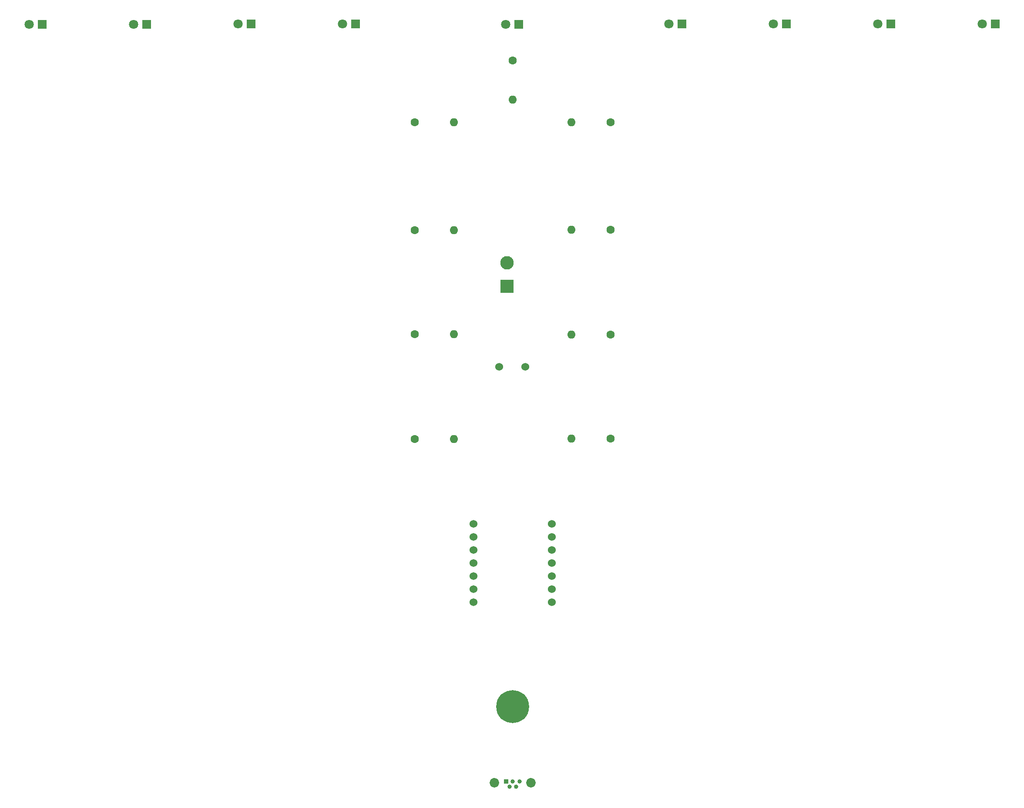
<source format=gbr>
%TF.GenerationSoftware,KiCad,Pcbnew,(6.0.6)*%
%TF.CreationDate,2022-07-10T00:11:49-04:00*%
%TF.ProjectId,CircuitPythonukiah,43697263-7569-4745-9079-74686f6e756b,rev?*%
%TF.SameCoordinates,Original*%
%TF.FileFunction,Soldermask,Bot*%
%TF.FilePolarity,Negative*%
%FSLAX46Y46*%
G04 Gerber Fmt 4.6, Leading zero omitted, Abs format (unit mm)*
G04 Created by KiCad (PCBNEW (6.0.6)) date 2022-07-10 00:11:49*
%MOMM*%
%LPD*%
G01*
G04 APERTURE LIST*
%ADD10C,2.625000*%
%ADD11R,2.625000X2.625000*%
%ADD12R,1.800000X1.800000*%
%ADD13C,1.800000*%
%ADD14C,1.600000*%
%ADD15O,1.600000X1.600000*%
%ADD16C,6.400000*%
%ADD17C,1.524000*%
%ADD18R,0.840000X0.840000*%
%ADD19C,0.840000*%
%ADD20C,1.850000*%
G04 APERTURE END LIST*
D10*
%TO.C,SW1*%
X127180000Y-88900000D03*
D11*
X127180000Y-93500000D03*
%TD*%
D12*
%TO.C,D8*%
X222144258Y-42439258D03*
D13*
X219604258Y-42439258D03*
%TD*%
D14*
%TO.C,R4*%
X109220000Y-61595000D03*
D15*
X116840000Y-61595000D03*
%TD*%
D14*
%TO.C,R9*%
X128270000Y-49530000D03*
D15*
X128270000Y-57150000D03*
%TD*%
D12*
%TO.C,D9*%
X129439258Y-42479258D03*
D13*
X126899258Y-42479258D03*
%TD*%
D14*
%TO.C,R3*%
X109220000Y-82550000D03*
D15*
X116840000Y-82550000D03*
%TD*%
D14*
%TO.C,R7*%
X147320000Y-102870000D03*
D15*
X139700000Y-102870000D03*
%TD*%
D14*
%TO.C,R6*%
X147320000Y-82444258D03*
D15*
X139700000Y-82444258D03*
%TD*%
D12*
%TO.C,D7*%
X201824258Y-42439258D03*
D13*
X199284258Y-42439258D03*
%TD*%
D12*
%TO.C,D4*%
X97684258Y-42439258D03*
D13*
X95144258Y-42439258D03*
%TD*%
D14*
%TO.C,R5*%
X147320000Y-61595000D03*
D15*
X139700000Y-61595000D03*
%TD*%
D16*
%TO.C,REF\u002A\u002A*%
X128270000Y-175260000D03*
%TD*%
D12*
%TO.C,D3*%
X77364258Y-42439258D03*
D13*
X74824258Y-42439258D03*
%TD*%
D14*
%TO.C,R8*%
X147320000Y-123084258D03*
D15*
X139700000Y-123084258D03*
%TD*%
D14*
%TO.C,R1*%
X109220000Y-123190000D03*
D15*
X116840000Y-123190000D03*
%TD*%
D12*
%TO.C,D5*%
X161184258Y-42439258D03*
D13*
X158644258Y-42439258D03*
%TD*%
D12*
%TO.C,D6*%
X181504258Y-42439258D03*
D13*
X178964258Y-42439258D03*
%TD*%
D17*
%TO.C,U1*%
X120650000Y-154940000D03*
X120650000Y-152400000D03*
X120650000Y-149860000D03*
X120650000Y-147320000D03*
X120650000Y-144780000D03*
X120650000Y-142240000D03*
X120650000Y-139700000D03*
X135890000Y-154940000D03*
X135890000Y-152400000D03*
X135890000Y-149860000D03*
X135890000Y-147320000D03*
X135890000Y-144780000D03*
X135890000Y-142240000D03*
X135890000Y-139700000D03*
%TD*%
D18*
%TO.C,J1*%
X127000000Y-189835000D03*
D19*
X127650000Y-190835000D03*
X128300000Y-189835000D03*
X128950000Y-190835000D03*
X129600000Y-189835000D03*
D20*
X131875000Y-190055000D03*
X124725000Y-190055000D03*
%TD*%
D14*
%TO.C,R2*%
X109220000Y-102764258D03*
D15*
X116840000Y-102764258D03*
%TD*%
D12*
%TO.C,D2*%
X57049258Y-42479258D03*
D13*
X54509258Y-42479258D03*
%TD*%
D17*
%TO.C,LS1*%
X130704258Y-109114258D03*
X125624258Y-109114258D03*
%TD*%
D12*
%TO.C,D1*%
X36724258Y-42479258D03*
D13*
X34184258Y-42479258D03*
%TD*%
M02*

</source>
